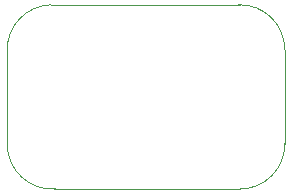
<source format=gko>
%TF.GenerationSoftware,KiCad,Pcbnew,4.0.5-e0-6337~49~ubuntu16.04.1*%
%TF.CreationDate,2017-03-18T10:21:55-07:00*%
%TF.ProjectId,2x3-Slide-Switch-EG1218-TH,3278332D536C6964652D537769746368,1.0*%
%TF.FileFunction,Profile,NP*%
%FSLAX46Y46*%
G04 Gerber Fmt 4.6, Leading zero omitted, Abs format (unit mm)*
G04 Created by KiCad (PCBNEW 4.0.5-e0-6337~49~ubuntu16.04.1) date Sat Mar 18 10:21:55 2017*
%MOMM*%
%LPD*%
G01*
G04 APERTURE LIST*
%ADD10C,0.350000*%
%ADD11C,0.040640*%
G04 APERTURE END LIST*
D10*
D11*
X5559520Y-29419120D02*
G75*
G03X1866152Y-33318940I106632J-3799820D01*
G01*
X1859520Y-41219120D02*
G75*
G03X5971344Y-45019120I3811824J0D01*
G01*
X21559520Y-45020436D02*
G75*
G03X25359520Y-41119120I0J3801316D01*
G01*
X25359520Y-33219120D02*
G75*
G03X21458204Y-29419120I-3801316J0D01*
G01*
X25359520Y-33219120D02*
X25359520Y-41219120D01*
X21559520Y-29419120D02*
X5559520Y-29419120D01*
X21559520Y-45019120D02*
X5859520Y-45019120D01*
X1859520Y-33219120D02*
X1859520Y-41219120D01*
M02*

</source>
